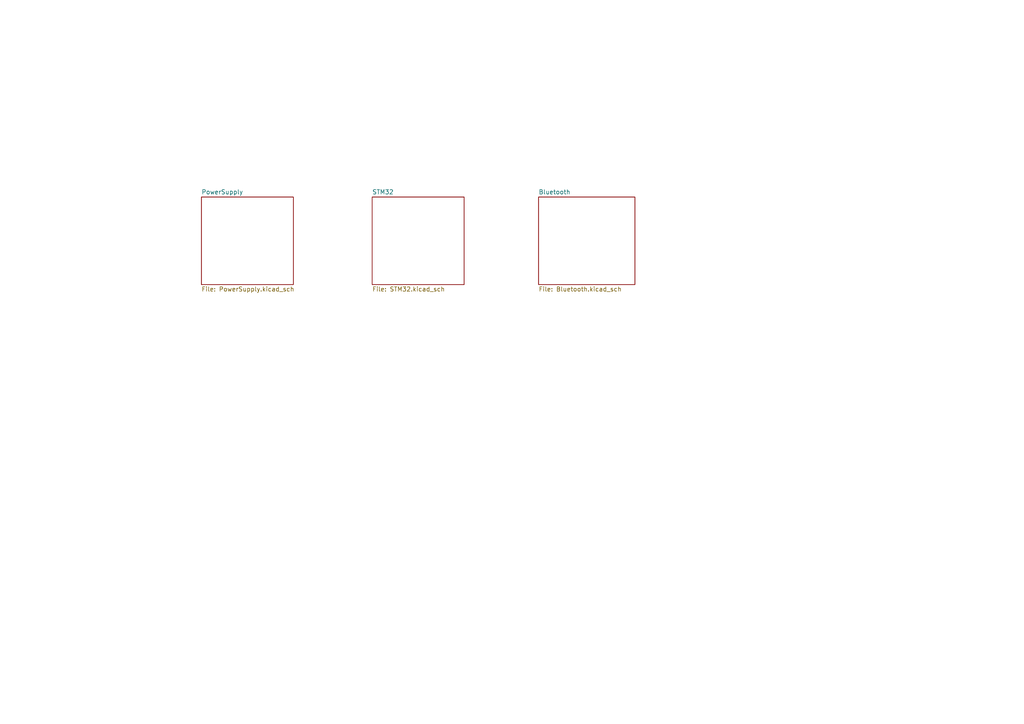
<source format=kicad_sch>
(kicad_sch (version 20211123) (generator eeschema)
  (paper "A4")
  (lib_symbols)
  (sheet (at 156.21 57.15) (size 27.94 25.4) (stroke (width 0.1524))
    (property "Sheet name" "Bluetooth" (at 156.21 56.4384 0) (effects (justify left bottom)))
    (property "Sheet file" "Bluetooth.kicad_sch" (at 156.21 83.1346 0) (effects (justify left top)))
  )
  (sheet (at 58.42 57.15) (size 26.67 25.4) (stroke (width 0.1524))
    (property "Sheet name" "PowerSupply" (at 58.42 56.4384 0) (effects (justify left bottom)))
    (property "Sheet file" "PowerSupply.kicad_sch" (at 58.42 83.1346 0) (effects (justify left top)))
  )
  (sheet (at 107.95 57.15) (size 26.67 25.4) (stroke (width 0.1524))
    (property "Sheet name" "STM32" (at 107.95 56.4384 0) (effects (justify left bottom)))
    (property "Sheet file" "STM32.kicad_sch" (at 107.95 83.1346 0) (effects (justify left top)))
  )
)
</source>
